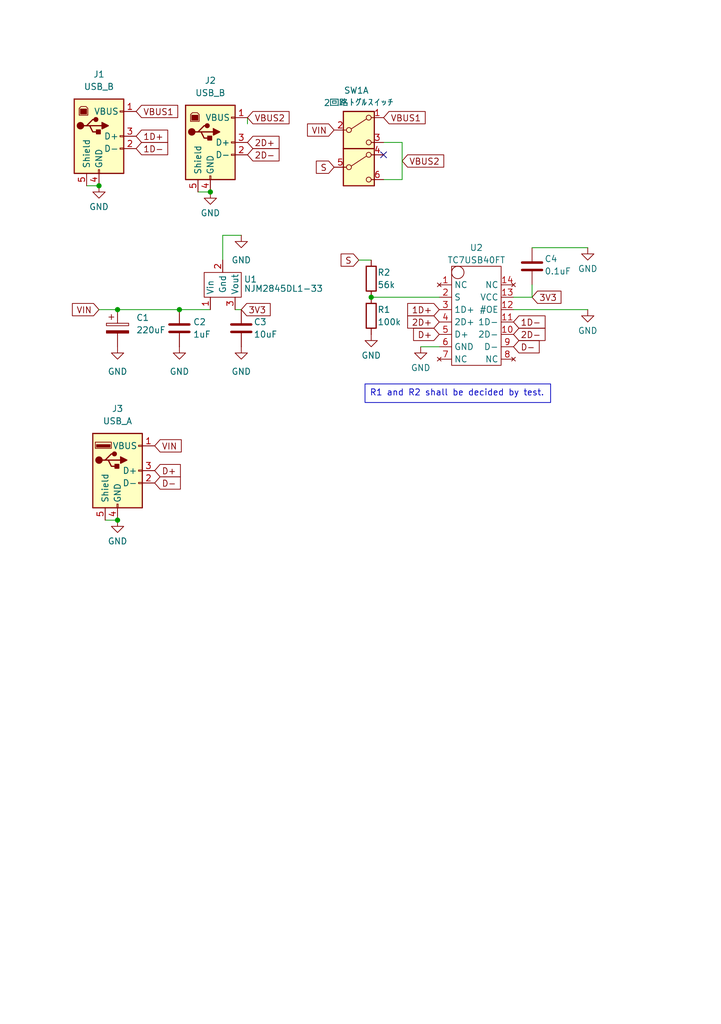
<source format=kicad_sch>
(kicad_sch (version 20231120) (generator "eeschema") (generator_version "8.0")
  (paper "A5" portrait)
  (lib_symbols
    (symbol "0Ore:NJM2845DL1-33"
      (property "Reference" "U" (at 0 0 0))
      (symbol "NJM2845DL1-33_0_1"
        (rectangle (start -3.81 12.7) (end 3.81 7.62))
      )
      (symbol "NJM2845DL1-33_1_1"
        (pin input line (at -2.54 5.08 90) (length 2.54) (name "Vin") (number "1"))
        (pin input line (at 0 15.24 270) (length 2.54) (name "Gnd") (number "2"))
        (pin input line (at 2.54 5.08 90) (length 2.54) (name "Vout") (number "3"))
      )
    )
    (symbol "0Ore:TC7USB40FT"
      (property "Reference" "U" (at 0 0 0))
      (symbol "TC7USB40FT_1_1"
        (rectangle (start -5.08 21.59) (end 5.08 1.27))
        (circle (center -3.81 20.32) (radius 1.27))
        (pin no_connect line (at -7.62 17.78 0) (length 2.54) (name "NC") (number "1"))
        (pin input line (at 7.62 7.62 180) (length 2.54) (name "2D-") (number "10"))
        (pin input line (at 7.62 10.16 180) (length 2.54) (name "1D-") (number "11"))
        (pin input line (at 7.62 12.7 180) (length 2.54) (name "#OE") (number "12"))
        (pin input line (at 7.62 15.24 180) (length 2.54) (name "VCC") (number "13"))
        (pin no_connect line (at 7.62 17.78 180) (length 2.54) (name "NC") (number "14"))
        (pin input line (at -7.62 15.24 0) (length 2.54) (name "S") (number "2"))
        (pin input line (at -7.62 12.7 0) (length 2.54) (name "1D+") (number "3"))
        (pin input line (at -7.62 10.16 0) (length 2.54) (name "2D+") (number "4"))
        (pin input line (at -7.62 7.62 0) (length 2.54) (name "D+") (number "5"))
        (pin input line (at -7.62 5.08 0) (length 2.54) (name "GND") (number "6"))
        (pin no_connect line (at -7.62 2.54 0) (length 2.54) (name "NC") (number "7"))
        (pin no_connect line (at 7.62 2.54 180) (length 2.54) (name "NC") (number "8"))
        (pin input line (at 7.62 5.08 180) (length 2.54) (name "D-") (number "9"))
      )
    )
    (symbol "Connector:USB_A" (pin_names (offset 1.016))
      (property "Reference" "J" (at -5.08 11.43 0))
      (property "Value" "USB_A" (at -5.08 8.89 0))
      (symbol "USB_A_0_1"
        (rectangle (start -5.08 -7.62) (end 5.08 7.62) (stroke (width 0.254)) (fill (type background)))
        (circle (center -3.81 2.159) (radius 0.635) (stroke (width 0.254)) (fill (type outline)))
        (rectangle (start -1.524 4.826) (end -4.318 5.334) (fill (type outline)))
        (rectangle (start -1.27 4.572) (end -4.572 5.842))
        (circle (center -0.635 3.429) (radius 0.381) (stroke (width 0.254)) (fill (type outline)))
        (rectangle (start -0.127 -7.62) (end 0.127 -6.858))
        (polyline (pts (xy -3.175 2.159) (xy -2.54 2.159) (xy -1.27 3.429) (xy -0.635 3.429)) (stroke (width 0.254)))
        (polyline (pts (xy -2.54 2.159) (xy -1.905 2.159) (xy -1.27 0.889) (xy 0 0.889)) (stroke (width 0.254)))
        (polyline (pts (xy 0.635 2.794) (xy 0.635 1.524) (xy 1.905 2.159) (xy 0.635 2.794)) (stroke (width 0.254)) (fill (type outline)))
        (rectangle (start 0.254 1.27) (end -0.508 0.508) (stroke (width 0.254)) (fill (type outline)))
        (rectangle (start 5.08 -2.667) (end 4.318 -2.413))
        (rectangle (start 5.08 -0.127) (end 4.318 0.127))
        (rectangle (start 5.08 4.953) (end 4.318 5.207))
      )
      (symbol "USB_A_1_1"
        (polyline (pts (xy -1.905 2.159) (xy 0.635 2.159)) (stroke (width 0.254)))
        (pin power_in line (at 7.62 5.08 180) (length 2.54) (name "VBUS") (number "1"))
        (pin bidirectional line (at 7.62 -2.54 180) (length 2.54) (name "D-") (number "2"))
        (pin bidirectional line (at 7.62 0 180) (length 2.54) (name "D+") (number "3"))
        (pin power_in line (at 0 -10.16 90) (length 2.54) (name "GND") (number "4"))
        (pin passive line (at -2.54 -10.16 90) (length 2.54) (name "Shield") (number "5"))
      )
    )
    (symbol "Connector:USB_B" (pin_names (offset 1.016))
      (property "Reference" "J" (at -5.08 11.43 0))
      (property "Value" "USB_B" (at -5.08 8.89 0))
      (symbol "USB_B_0_1"
        (rectangle (start -5.08 -7.62) (end 5.08 7.62) (stroke (width 0.254)) (fill (type background)))
        (circle (center -3.81 2.159) (radius 0.635) (stroke (width 0.254)) (fill (type outline)))
        (rectangle (start -3.81 5.588) (end -2.54 4.572) (fill (type outline)))
        (circle (center -0.635 3.429) (radius 0.381) (stroke (width 0.254)) (fill (type outline)))
        (rectangle (start -0.127 -7.62) (end 0.127 -6.858))
        (polyline (pts (xy -1.905 2.159) (xy 0.635 2.159)) (stroke (width 0.254)))
        (polyline (pts (xy -3.175 2.159) (xy -2.54 2.159) (xy -1.27 3.429) (xy -0.635 3.429)) (stroke (width 0.254)))
        (polyline (pts (xy -2.54 2.159) (xy -1.905 2.159) (xy -1.27 0.889) (xy 0 0.889)) (stroke (width 0.254)))
        (polyline (pts (xy 0.635 2.794) (xy 0.635 1.524) (xy 1.905 2.159) (xy 0.635 2.794)) (stroke (width 0.254)) (fill (type outline)))
        (polyline (pts (xy -4.064 4.318) (xy -2.286 4.318) (xy -2.286 5.715) (xy -2.667 6.096) (xy -3.683 6.096) (xy -4.064 5.715) (xy -4.064 4.318)))
        (rectangle (start 0.254 1.27) (end -0.508 0.508) (stroke (width 0.254)) (fill (type outline)))
        (rectangle (start 5.08 -2.667) (end 4.318 -2.413))
        (rectangle (start 5.08 -0.127) (end 4.318 0.127))
        (rectangle (start 5.08 4.953) (end 4.318 5.207))
      )
      (symbol "USB_B_1_1"
        (pin power_out line (at 7.62 5.08 180) (length 2.54) (name "VBUS") (number "1"))
        (pin bidirectional line (at 7.62 -2.54 180) (length 2.54) (name "D-") (number "2"))
        (pin bidirectional line (at 7.62 0 180) (length 2.54) (name "D+") (number "3"))
        (pin power_out line (at 0 -10.16 90) (length 2.54) (name "GND") (number "4"))
        (pin passive line (at -2.54 -10.16 90) (length 2.54) (name "Shield") (number "5"))
      )
    )
    (symbol "Device:C" (pin_numbers hide) (pin_names (offset 0.254))
      (property "Reference" "C" (at 0.635 2.54 0))
      (property "Value" "C" (at 0.635 -2.54 0))
      (symbol "C_0_1"
        (polyline (pts (xy -2.032 -0.762) (xy 2.032 -0.762)) (stroke (width 0.508)))
        (polyline (pts (xy -2.032 0.762) (xy 2.032 0.762)) (stroke (width 0.508)))
      )
      (symbol "C_1_1"
        (pin passive line (at 0 3.81 270) (length 2.794) (name "~") (number "1"))
        (pin passive line (at 0 -3.81 90) (length 2.794) (name "~") (number "2"))
      )
    )
    (symbol "Device:C_Polarized" (pin_numbers hide) (pin_names (offset 0.254))
      (property "Reference" "C" (at 0.635 2.54 0))
      (property "Value" "C_Polarized" (at 0.635 -2.54 0))
      (symbol "C_Polarized_0_1"
        (rectangle (start -2.286 0.508) (end 2.286 1.016))
        (polyline (pts (xy -1.778 2.286) (xy -0.762 2.286)))
        (polyline (pts (xy -1.27 2.794) (xy -1.27 1.778)))
        (rectangle (start 2.286 -0.508) (end -2.286 -1.016) (fill (type outline)))
      )
      (symbol "C_Polarized_1_1"
        (pin passive line (at 0 3.81 270) (length 2.794) (name "~") (number "1"))
        (pin passive line (at 0 -3.81 90) (length 2.794) (name "~") (number "2"))
      )
    )
    (symbol "Device:R" (pin_numbers hide) (pin_names (offset 0))
      (property "Reference" "R" (at 2.032 0 90))
      (property "Value" "R" (at 0 0 90))
      (symbol "R_0_1"
        (rectangle (start -1.016 -2.54) (end 1.016 2.54) (stroke (width 0.254)))
      )
      (symbol "R_1_1"
        (pin passive line (at 0 3.81 270) (length 1.27) (name "~") (number "1"))
        (pin passive line (at 0 -3.81 90) (length 1.27) (name "~") (number "2"))
      )
    )
    (symbol "Switch:SW_DPDT_x2" (pin_names (offset 0) hide)
      (property "Reference" "SW" (at 0 5.08 0))
      (property "Value" "SW_DPDT_x2" (at 0 -5.08 0))
      (symbol "SW_DPDT_x2_0_0"
        (circle (center -2.032 0) (radius 0.508))
        (circle (center 2.032 -2.54) (radius 0.508))
      )
      (symbol "SW_DPDT_x2_0_1"
        (rectangle (start -3.175 3.81) (end 3.175 -3.81) (stroke (width 0.254)) (fill (type background)))
        (polyline (pts (xy -1.524 0.254) (xy 1.5748 2.286)))
        (circle (center 2.032 2.54) (radius 0.508))
      )
      (symbol "SW_DPDT_x2_1_1"
        (pin passive line (at 5.08 2.54 180) (length 2.54) (name "A") (number "1"))
        (pin passive line (at -5.08 0 0) (length 2.54) (name "B") (number "2"))
        (pin passive line (at 5.08 -2.54 180) (length 2.54) (name "C") (number "3"))
      )
      (symbol "SW_DPDT_x2_2_1"
        (pin passive line (at 5.08 2.54 180) (length 2.54) (name "A") (number "4"))
        (pin passive line (at -5.08 0 0) (length 2.54) (name "B") (number "5"))
        (pin passive line (at 5.08 -2.54 180) (length 2.54) (name "C") (number "6"))
      )
    )
    (symbol "power:GND" (power) (pin_numbers hide) (pin_names (offset 0) hide)
      (property "Value" "GND" (at 0 -3.81 0))
      (symbol "GND_0_1"
        (polyline (pts (xy 0 0) (xy 0 -1.27) (xy 1.27 -1.27) (xy 0 -2.54) (xy -1.27 -1.27) (xy 0 -1.27)))
      )
      (symbol "GND_1_1"
        (pin power_in line (at 0 0 270) (length 0) (name "~") (number "1"))
      )
    )
  )
  (junction (at 43.18 39.37))
  (junction (at 76.2 60.96))
  (junction (at 36.83 63.5))
  (junction (at 20.32 38.1))
  (junction (at 24.13 63.5))
  (junction (at 24.13 106.68))
  (no_connect (at 78.74 31.75))
  (wire (pts (xy 105.41 63.5) (xy 120.65 63.5)))
  (wire (pts (xy 17.78 38.1) (xy 20.32 38.1)))
  (wire (pts (xy 109.22 60.96) (xy 105.41 60.96)))
  (wire (pts (xy 36.83 63.5) (xy 43.18 63.5)))
  (wire (pts (xy 109.22 50.8) (xy 120.65 50.8)))
  (wire (pts (xy 49.53 63.5) (xy 48.26 63.5)))
  (wire (pts (xy 45.72 48.26) (xy 49.53 48.26)))
  (wire (pts (xy 78.74 36.83) (xy 82.55 36.83)))
  (wire (pts (xy 21.59 106.68) (xy 24.13 106.68)))
  (wire (pts (xy 86.36 71.12) (xy 90.17 71.12)))
  (wire (pts (xy 24.13 63.5) (xy 36.83 63.5)))
  (wire (pts (xy 109.22 58.42) (xy 109.22 60.96)))
  (wire (pts (xy 50.8 24.13) (xy 50.8 25.4)))
  (wire (pts (xy 20.32 63.5) (xy 24.13 63.5)))
  (wire (pts (xy 45.72 53.34) (xy 45.72 48.26)))
  (wire (pts (xy 76.2 60.96) (xy 90.17 60.96)))
  (wire (pts (xy 73.66 53.34) (xy 76.2 53.34)))
  (wire (pts (xy 40.64 39.37) (xy 43.18 39.37)))
  (wire (pts (xy 82.55 29.21) (xy 78.74 29.21)))
  (wire (pts (xy 82.55 29.21) (xy 82.55 36.83)))
  (text_box "R1 and R2 shall be decided by test." (at 74.93 78.74 0) (size 38.1 3.81) (effects (font (size 1.27 1.27)) (justify left top)))
  (global_label "1D+" (shape input) (at 27.94 27.94 0) (property "Intersheetrefs" "${INTERSHEET_REFS}" (effects (hide yes))))
  (global_label "2D-" (shape input) (at 50.8 31.75 0) (property "Intersheetrefs" "${INTERSHEET_REFS}" (effects (hide yes))))
  (global_label "1D+" (shape input) (at 90.17 63.5 180) (property "Intersheetrefs" "${INTERSHEET_REFS}" (effects (hide yes))))
  (global_label "3V3" (shape input) (at 109.22 60.96 0) (property "Intersheetrefs" "${INTERSHEET_REFS}" (effects (hide yes))))
  (global_label "VBUS2" (shape input) (at 82.55 33.02 0) (property "Intersheetrefs" "${INTERSHEET_REFS}" (effects (hide yes))))
  (global_label "D+" (shape input) (at 31.75 96.52 0) (property "Intersheetrefs" "${INTERSHEET_REFS}" (effects (hide yes))))
  (global_label "D+" (shape input) (at 90.17 68.58 180) (property "Intersheetrefs" "${INTERSHEET_REFS}" (effects (hide yes))))
  (global_label "3V3" (shape input) (at 49.53 63.5 0) (property "Intersheetrefs" "${INTERSHEET_REFS}" (effects (hide yes))))
  (global_label "1D-" (shape input) (at 105.41 66.04 0) (property "Intersheetrefs" "${INTERSHEET_REFS}" (effects (hide yes))))
  (global_label "VIN" (shape input) (at 20.32 63.5 180) (property "Intersheetrefs" "${INTERSHEET_REFS}" (effects (hide yes))))
  (global_label "VBUS1" (shape input) (at 27.94 22.86 0) (property "Intersheetrefs" "${INTERSHEET_REFS}" (effects (hide yes))))
  (global_label "VIN" (shape input) (at 31.75 91.44 0) (property "Intersheetrefs" "${INTERSHEET_REFS}" (effects (hide yes))))
  (global_label "1D-" (shape input) (at 27.94 30.48 0) (property "Intersheetrefs" "${INTERSHEET_REFS}" (effects (hide yes))))
  (global_label "S" (shape input) (at 68.58 34.29 180) (property "Intersheetrefs" "${INTERSHEET_REFS}" (effects (hide yes))))
  (global_label "D-" (shape input) (at 105.41 71.12 0) (property "Intersheetrefs" "${INTERSHEET_REFS}" (effects (hide yes))))
  (global_label "VBUS1" (shape input) (at 78.74 24.13 0) (property "Intersheetrefs" "${INTERSHEET_REFS}" (effects (hide yes))))
  (global_label "2D-" (shape input) (at 105.41 68.58 0) (property "Intersheetrefs" "${INTERSHEET_REFS}" (effects (hide yes))))
  (global_label "2D+" (shape input) (at 50.8 29.21 0) (property "Intersheetrefs" "${INTERSHEET_REFS}" (effects (hide yes))))
  (global_label "VIN" (shape input) (at 68.58 26.67 180) (property "Intersheetrefs" "${INTERSHEET_REFS}" (effects (hide yes))))
  (global_label "VBUS2" (shape input) (at 50.8 24.13 0) (property "Intersheetrefs" "${INTERSHEET_REFS}" (effects (hide yes))))
  (global_label "S" (shape input) (at 73.66 53.34 180) (property "Intersheetrefs" "${INTERSHEET_REFS}" (effects (hide yes))))
  (global_label "2D+" (shape input) (at 90.17 66.04 180) (property "Intersheetrefs" "${INTERSHEET_REFS}" (effects (hide yes))))
  (global_label "D-" (shape input) (at 31.75 99.06 0) (property "Intersheetrefs" "${INTERSHEET_REFS}" (effects (hide yes))))
  (symbol (lib_id "Device:R") (at 76.2 64.77 0) (unit 1)
    (property "Reference" "R1" (at 77.47 63.5 0) (effects (justify left)))
    (property "Value" "100k" (at 77.47 66.04 0) (effects (justify left)))
    (property "Description" "Resistor" (effects (hide yes)))
  )
  (symbol (lib_id "Connector:USB_B") (at 20.32 27.94 0) (unit 1)
    (property "Reference" "J1" (at 20.32 15.24 0))
    (property "Value" "USB_B" (at 20.32 17.78 0))
    (property "Description" "USB Type B connector" (effects (hide yes)))
  )
  (symbol (lib_id "0Ore:NJM2845DL1-33") (at 45.72 68.58 0) (unit 1)
    (property "Reference" "U1" (at 50.038 57.2769 0) (effects (justify left)))
    (property "Value" "NJM2845DL1-33 " (at 50.038 59.182 0) (effects (justify left)))
  )
  (symbol (lib_id "power:GND") (at 43.18 39.37 0) (unit 1)
    (property "Reference" "#PWR05" (effects (hide yes)))
    (property "Value" "GND" (at 43.18 43.688 0))
    (property "Description" "Power symbol creates a global label with name \"GND\" , ground" (effects (hide yes)))
  )
  (symbol (lib_id "power:GND") (at 49.53 48.26 0) (unit 1)
    (property "Reference" "#PWR06" (effects (hide yes)))
    (property "Value" "GND" (at 49.53 53.34 0))
    (property "Description" "Power symbol creates a global label with name \"GND\" , ground" (effects (hide yes)))
  )
  (symbol (lib_id "power:GND") (at 24.13 106.68 0) (unit 1)
    (property "Reference" "#PWR03" (effects (hide yes)))
    (property "Value" "GND" (at 24.13 110.998 0))
    (property "Description" "Power symbol creates a global label with name \"GND\" , ground" (effects (hide yes)))
  )
  (symbol (lib_id "Device:C") (at 36.83 67.31 180) (unit 1)
    (property "Reference" "C2" (at 39.624 66.04 0) (effects (justify right)))
    (property "Value" "1uF" (at 39.624 68.58 0) (effects (justify right)))
    (property "Description" "Unpolarized capacitor" (effects (hide yes)))
  )
  (symbol (lib_id "power:GND") (at 36.83 71.12 0) (unit 1)
    (property "Reference" "#PWR04" (effects (hide yes)))
    (property "Value" "GND" (at 36.83 76.2 0))
    (property "Description" "Power symbol creates a global label with name \"GND\" , ground" (effects (hide yes)))
  )
  (symbol (lib_id "power:GND") (at 24.13 71.12 0) (unit 1)
    (property "Reference" "#PWR02" (effects (hide yes)))
    (property "Value" "GND" (at 24.13 76.2 0))
    (property "Description" "Power symbol creates a global label with name \"GND\" , ground" (effects (hide yes)))
  )
  (symbol (lib_id "power:GND") (at 86.36 71.12 0) (unit 1)
    (property "Reference" "#PWR09" (effects (hide yes)))
    (property "Value" "GND" (at 86.36 75.438 0))
    (property "Description" "Power symbol creates a global label with name \"GND\" , ground" (effects (hide yes)))
  )
  (symbol (lib_id "power:GND") (at 49.53 71.12 0) (unit 1)
    (property "Reference" "#PWR07" (effects (hide yes)))
    (property "Value" "GND" (at 49.53 76.2 0))
    (property "Description" "Power symbol creates a global label with name \"GND\" , ground" (effects (hide yes)))
  )
  (symbol (lib_id "power:GND") (at 120.65 63.5 0) (unit 1)
    (property "Reference" "#PWR011" (effects (hide yes)))
    (property "Value" "GND" (at 120.65 67.818 0))
    (property "Description" "Power symbol creates a global label with name \"GND\" , ground" (effects (hide yes)))
  )
  (symbol (lib_id "power:GND") (at 20.32 38.1 0) (unit 1)
    (property "Reference" "#PWR01" (effects (hide yes)))
    (property "Value" "GND" (at 20.32 42.418 0))
    (property "Description" "Power symbol creates a global label with name \"GND\" , ground" (effects (hide yes)))
  )
  (symbol (lib_id "Device:C") (at 49.53 67.31 180) (unit 1)
    (property "Reference" "C3" (at 52.07 66.04 0) (effects (justify right)))
    (property "Value" "10uF" (at 52.07 68.58 0) (effects (justify right)))
    (property "Description" "Unpolarized capacitor" (effects (hide yes)))
  )
  (symbol (lib_id "power:GND") (at 76.2 68.58 0) (unit 1)
    (property "Reference" "#PWR08" (effects (hide yes)))
    (property "Value" "GND" (at 76.2 72.898 0))
    (property "Description" "Power symbol creates a global label with name \"GND\" , ground" (effects (hide yes)))
  )
  (symbol (lib_id "Device:C") (at 109.22 54.61 180) (unit 1)
    (property "Reference" "C4" (at 111.76 53.086 0) (effects (justify right)))
    (property "Value" "0.1uF" (at 111.76 55.626 0) (effects (justify right)))
    (property "Description" "Unpolarized capacitor" (effects (hide yes)))
  )
  (symbol (lib_id "Connector:USB_B") (at 43.18 29.21 0) (unit 1)
    (property "Reference" "J2" (at 43.18 16.51 0))
    (property "Value" "USB_B" (at 43.18 19.05 0))
    (property "Description" "USB Type B connector" (effects (hide yes)))
  )
  (symbol (lib_id "power:GND") (at 120.65 50.8 0) (unit 1)
    (property "Reference" "#PWR010" (effects (hide yes)))
    (property "Value" "GND" (at 120.65 55.118 0))
    (property "Description" "Power symbol creates a global label with name \"GND\" , ground" (effects (hide yes)))
  )
  (symbol (lib_id "Switch:SW_DPDT_x2") (at 73.66 34.29 0) (unit 2)
    (property "Reference" "SW1" (effects (hide yes)))
    (property "Value" "2回路トグルスイッチ" (effects (hide yes)))
    (property "Description" "Switch, dual pole double throw, separate symbols" (effects (hide yes)))
  )
  (symbol (lib_id "Connector:USB_A") (at 24.13 96.52 0) (unit 1)
    (property "Reference" "J3" (at 24.13 83.82 0))
    (property "Value" "USB_A" (at 24.13 86.36 0))
    (property "Description" "USB Type A connector" (effects (hide yes)))
  )
  (symbol (lib_id "Switch:SW_DPDT_x2") (at 73.66 26.67 0) (unit 1)
    (property "Reference" "SW1" (at 73.152 18.542 0))
    (property "Value" "2回路トグルスイッチ" (at 73.66 21.082 0))
    (property "Description" "Switch, dual pole double throw, separate symbols" (effects (hide yes)))
  )
  (symbol (lib_id "Device:R") (at 76.2 57.15 0) (unit 1)
    (property "Reference" "R2" (at 77.47 55.88 0) (effects (justify left)))
    (property "Value" "56k" (at 77.47 58.42 0) (effects (justify left)))
    (property "Description" "Resistor" (effects (hide yes)))
  )
  (symbol (lib_id "0Ore:TC7USB40FT") (at 97.79 76.2 0) (unit 1)
    (property "Reference" "U2" (at 97.79 50.8 0))
    (property "Value" "TC7USB40FT" (at 97.79 53.34 0))
  )
  (symbol (lib_id "Device:C_Polarized") (at 24.13 67.31 0) (unit 1)
    (property "Reference" "C1" (at 27.94 65.1509 0) (effects (justify left)))
    (property "Value" "220uF" (at 27.94 67.6909 0) (effects (justify left)))
    (property "Description" "Polarized capacitor" (effects (hide yes)))
  )
)
</source>
